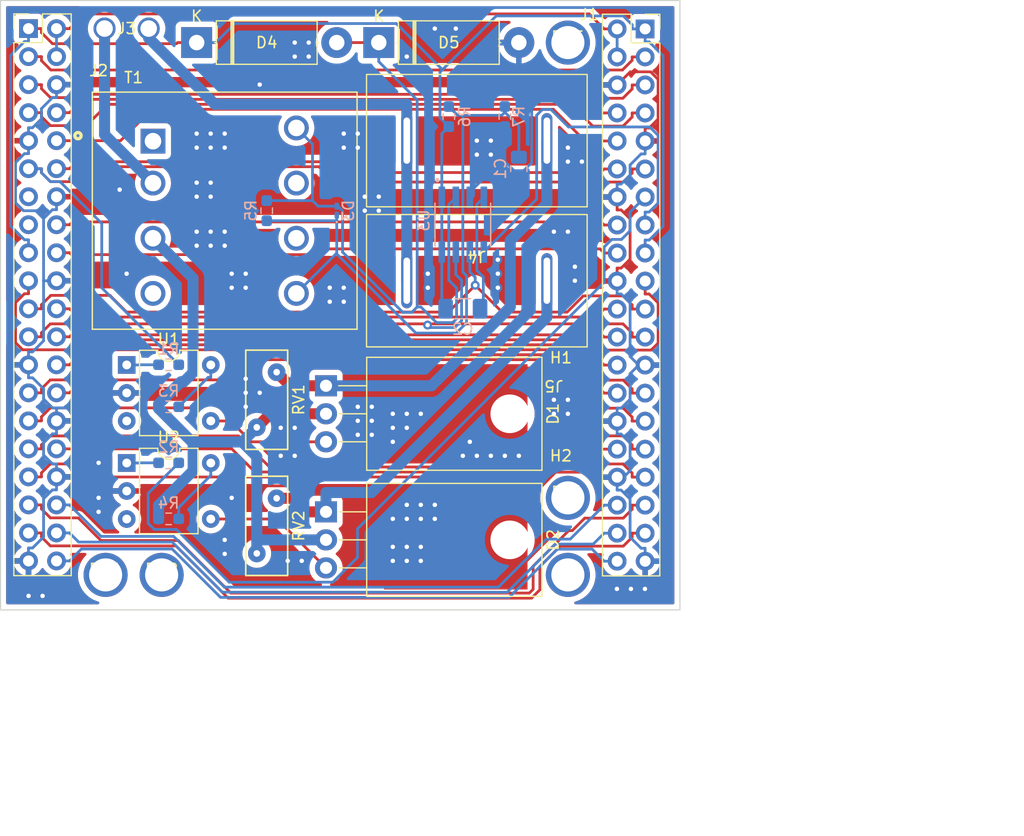
<source format=kicad_pcb>
(kicad_pcb (version 20211014) (generator pcbnew)
  (layers (0 "F.Cu" signal) (31 "B.Cu" signal) (34 "B.Paste" user) (35 "F.Paste" user) (36 "B.SilkS" user "B.Silkscreen") (37 "F.SilkS" user "F.Silkscreen") (38 "B.Mask" user) (39 "F.Mask" user) (44 "Edge.Cuts" user))
  (net 0 "")
  (net 1 "Net-(C1-Pad1)")
  (net 2 "GND")
  (net 3 "+3V3")
  (net 4 "Net-(C2-Pad2)")
  (net 5 "Net-(D1-Pad1)")
  (net 6 "VAC")
  (net 7 "Net-(D1-Pad3)")
  (net 8 "Net-(D2-Pad1)")
  (net 9 "Net-(D2-Pad3)")
  (net 10 "Net-(D3-Pad2)")
  (net 11 "+5V")
  (net 12 "/GPIO2")
  (net 13 "/GPIO3")
  (net 14 "/GPIO4")
  (net 15 "/GPIO14")
  (net 16 "/GPIO15")
  (net 17 "/GPIO17")
  (net 18 "/GPIO18")
  (net 19 "/GPIO27")
  (net 20 "/GPIO22")
  (net 21 "/GPIO23")
  (net 22 "/GPIO24")
  (net 23 "/GPIO10")
  (net 24 "/GPIO9")
  (net 25 "/GPIO25")
  (net 26 "/GPIO11")
  (net 27 "/CE0")
  (net 28 "/CE1")
  (net 29 "/EEPROM_SDA")
  (net 30 "/EEPROM_SCL")
  (net 31 "/GPIO5")
  (net 32 "/USB_DM")
  (net 33 "/GPIO12")
  (net 34 "/USB_DP")
  (net 35 "/FS")
  (net 36 "/GPIO16")
  (net 37 "/GPIO26")
  (net 38 "/DIN")
  (net 39 "/DOUT")
  (net 40 "/GPIO27'")
  (net 41 "/GPIO22'")
  (net 42 "Net-(T1-Pad2)")
  (net 43 "GNDA")
  (net 44 "Net-(R1-Pad2)")
  (net 45 "Net-(R2-Pad2)")
  (net 46 "Net-(R3-Pad1)")
  (net 47 "Net-(R4-Pad1)")
  (footprint "Package_DIP:DIP-5-6_W7.62mm" (layer "F.Cu") (at 168.92 49.545)
    (fp_text reference "U1")
    (fp_text value "TLP561")
  )
  (footprint "locallib:Drill" (layer "F.Cu") (at 172.085 68.58)
    (fp_text reference "DH2")
    (fp_text value "Drill")
  )
  (footprint "Package_TO_SOT_THT:TO-220-3_Horizontal_TabDown" (layer "F.Cu") (at 186.985 51.435 -90)
    (fp_text reference "D1")
    (fp_text value "Q_TRIAC_A1A2G")
  )
  (footprint "locallib:AcOutlet" (layer "F.Cu") (at 200.66 29.21 180)
    (fp_text reference "J4")
    (fp_text value "Conn_01x02_Female")
  )
  (footprint "Package_TO_SOT_THT:TO-220-3_Horizontal_TabDown" (layer "F.Cu") (at 186.985 62.865 -90)
    (fp_text reference "D2")
    (fp_text value "Q_TRIAC_A1A2G")
  )
  (footprint "locallib:ACinlet" (layer "F.Cu") (at 168.91 19.05)
    (fp_text reference "J3")
    (fp_text value "Conn_01x02_Male")
  )
  (footprint "locallib:heatsink" (layer "F.Cu") (at 198.755 65.405)
    (fp_text reference "H2")
    (fp_text value "heatsink")
  )
  (footprint "Diode_THT:D_5W_P12.70mm_Horizontal" (layer "F.Cu") (at 191.77 20.32)
    (fp_text reference "D5")
    (fp_text value "D")
  )
  (footprint "locallib:AcOutlet" (layer "F.Cu") (at 200.66 41.91 180)
    (fp_text reference "J5")
    (fp_text value "Conn_01x02_Female")
  )
  (footprint "Package_DIP:DIP-5-6_W7.62mm" (layer "F.Cu") (at 168.92 58.435)
    (fp_text reference "U2")
    (fp_text value "TLP561")
  )
  (footprint "locallib:XFMR_CSE185L" (layer "F.Cu") (at 177.8 35.56)
    (fp_text reference "T1")
    (fp_text value "CSE185L")
  )
  (footprint "locallib:Drill" (layer "F.Cu") (at 167.005 68.58)
    (fp_text reference "DH1")
    (fp_text value "Drill")
  )
  (footprint "Varistor:RV_Disc_D9mm_W3.8mm_P5mm" (layer "F.Cu") (at 180.71 55.205 90)
    (fp_text reference "RV1")
    (fp_text value "Varistor")
  )
  (footprint "locallib:Drill" (layer "F.Cu") (at 208.915 20.32)
    (fp_text reference "DH5")
    (fp_text value "Drill")
  )
  (footprint "locallib:heatsink" (layer "F.Cu") (at 198.755 53.975)
    (fp_text reference "H1")
    (fp_text value "heatsink")
  )
  (footprint "locallib:Drill" (layer "F.Cu") (at 208.915 68.58)
    (fp_text reference "DH3")
    (fp_text value "Drill")
  )
  (footprint "locallib:Drill" (layer "F.Cu") (at 208.915 61.595)
    (fp_text reference "DH4")
    (fp_text value "Drill")
  )
  (footprint "Varistor:RV_Disc_D9mm_W3.8mm_P5mm" (layer "F.Cu") (at 180.71 66.635 90)
    (fp_text reference "RV2")
    (fp_text value "Varistor")
  )
  (footprint "Connector_PinSocket_2.54mm:PinSocket_2x20_P2.54mm_Vertical" (layer "F.Cu") (at 215.92 19.08)
    (fp_text reference "J1")
    (fp_text value "Conn_02x20_Odd_Even")
  )
  (footprint "Connector_PinHeader_2.54mm:PinHeader_2x20_P2.54mm_Vertical" (layer "F.Cu") (at 160.015 19.055)
    (fp_text reference "J2")
    (fp_text value "Conn_02x20_Odd_Even")
  )
  (footprint "Diode_THT:D_5W_P12.70mm_Horizontal" (layer "F.Cu") (at 175.26 20.32)
    (fp_text reference "D4")
    (fp_text value "D")
  )
  (footprint "Resistor_SMD:R_0603_1608Metric_Pad0.98x0.95mm_HandSolder" (layer "B.Cu") (at 172.72 58.42 180)
    (fp_text reference "R2")
    (fp_text value "100")
  )
  (footprint "Capacitor_SMD:C_0805_2012Metric_Pad1.18x1.45mm_HandSolder" (layer "B.Cu") (at 204.47 31.75 -90)
    (fp_text reference "C1")
    (fp_text value "10u")
  )
  (footprint "locallib:SOIC127P599X175-8N" (layer "B.Cu") (at 199.39 36.83 -90)
    (fp_text reference "U3")
    (fp_text value "ADS7822U")
  )
  (footprint "Resistor_SMD:R_0603_1608Metric_Pad0.98x0.95mm_HandSolder" (layer "B.Cu") (at 172.72 49.53 180)
    (fp_text reference "R1")
    (fp_text value "100")
  )
  (footprint "Resistor_SMD:R_0603_1608Metric_Pad0.98x0.95mm_HandSolder" (layer "B.Cu") (at 181.61 35.56 -90)
    (fp_text reference "R5")
    (fp_text value "67")
  )
  (footprint "Resistor_SMD:R_0603_1608Metric_Pad0.98x0.95mm_HandSolder" (layer "B.Cu") (at 172.72 63.5 180)
    (fp_text reference "R4")
    (fp_text value "100")
  )
  (footprint "Resistor_SMD:R_0603_1608Metric_Pad0.98x0.95mm_HandSolder" (layer "B.Cu") (at 172.72 53.34 180)
    (fp_text reference "R3")
    (fp_text value "100")
  )
  (footprint "Diode_SMD:D_0201_0603Metric_Pad0.64x0.40mm_HandSolder" (layer "B.Cu") (at 187.96 35.56 90)
    (fp_text reference "D3")
    (fp_text value "VS3V3BC1EST15R")
  )
  (footprint "Capacitor_SMD:C_1206_3216Metric_Pad1.33x1.80mm_HandSolder" (layer "B.Cu") (at 199.39 44.45)
    (fp_text reference "C2")
    (fp_text value "0.1u")
  )
  (footprint "Resistor_SMD:R_0603_1608Metric_Pad0.98x0.95mm_HandSolder" (layer "B.Cu") (at 203.2 27.0275 -90)
    (fp_text reference "R7")
    (fp_text value "1k")
  )
  (footprint "Resistor_SMD:R_0603_1608Metric_Pad0.98x0.95mm_HandSolder" (layer "B.Cu") (at 198.12 27.0275 90)
    (fp_text reference "R6")
    (fp_text value "1k")
  )
  (gr_line (start 157.48 71.755) (end 219.075 71.755) (layer "Edge.Cuts") (width 0.1))
  (gr_line (start 157.48 16.51) (end 157.48 71.755) (layer "Edge.Cuts") (width 0.1))
  (gr_line (start 219.075 71.755) (end 219.075 16.51) (layer "Edge.Cuts") (width 0.1))
  (gr_line (start 219.075 16.51) (end 157.48 16.51) (layer "Edge.Cuts") (width 0.1))
  (segment (start 199.7277 45.7242) (end 199.7277 41.4561) (width 0.25) (layer "B.Cu") (net 1))
  (segment (start 204.47 30.7125) (end 204.47 27.9074) (width 0.25) (layer "B.Cu") (net 1))
  (segment (start 198.7957 46.6562) (end 199.7277 45.7242) (width 0.25) (layer "B.Cu") (net 1))
  (segment (start 187.96 39.485) (end 187.96 36.4725) (width 0.25) (layer "B.Cu") (net 1))
  (segment (start 199.39 41.1184) (end 199.39 26.9163) (width 0.25) (layer "B.Cu") (net 1))
  (segment (start 199.7277 41.4561) (end 199.39 41.1184) (width 0.25) (layer "B.Cu") (net 1))
  (segment (start 195.1312 46.6562) (end 198.7957 46.6562) (width 0.25) (layer "B.Cu") (net 1))
  (segment (start 184.3 43.06) (end 187.875 39.485) (width 0.25) (layer "B.Cu") (net 1))
  (segment (start 198.9213 26.9163) (end 199.39 26.9163) (width 0.25) (layer "B.Cu") (net 1))
  (segment (start 204.47 27.9074) (end 203.2 26.6374) (width 0.25) (layer "B.Cu") (net 1))
  (segment (start 187.96 39.485) (end 195.1312 46.6562) (width 0.25) (layer "B.Cu") (net 1))
  (segment (start 187.96 36.4725) (end 181.61 36.4725) (width 0.25) (layer "B.Cu") (net 1))
  (segment (start 203.2 26.6374) (end 203.2 26.115) (width 0.25) (layer "B.Cu") (net 1))
  (segment (start 187.875 39.485) (end 187.96 39.485) (width 0.25) (layer "B.Cu") (net 1))
  (segment (start 187.96 36.4725) (end 187.96 35.9675) (width 0.25) (layer "B.Cu") (net 1))
  (segment (start 202.9211 26.9163) (end 203.2 26.6374) (width 0.25) (layer "B.Cu") (net 1))
  (segment (start 198.12 26.115) (end 198.9213 26.9163) (width 0.25) (layer "B.Cu") (net 1))
  (segment (start 199.39 26.9163) (end 202.9211 26.9163) (width 0.25) (layer "B.Cu") (net 1))
  (segment (start 205.2127 56.062) (end 206.6347 54.64) (width 0.25) (layer "F.Cu") (net 2))
  (segment (start 214.5553 39.9568) (end 213.7474 40.7647) (width 0.25) (layer "F.Cu") (net 2))
  (segment (start 213.7474 40.7647) (end 213.38 40.7647) (width 0.25) (layer "F.Cu") (net 2))
  (segment (start 204.0803 62.9923) (end 198.755 62.9923) (width 0.25) (layer "F.Cu") (net 2))
  (segment (start 215.92 29.24) (end 215.92 28.0647) (width 0.25) (layer "F.Cu") (net 2))
  (segment (start 168.92 60.975) (end 170.0453 60.975) (width 0.25) (layer "F.Cu") (net 2))
  (segment (start 213.38 41.94) (end 213.38 40.7647) (width 0.25) (layer "F.Cu") (net 2))
  (segment (start 214.5553 36.3033) (end 214.5553 39.9568) (width 0.25) (layer "F.Cu") (net 2))
  (segment (start 162.555 59.695) (end 163.7303 59.695) (width 0.25) (layer "F.Cu") (net 2))
  (segment (start 196.2716 60.5089) (end 198.755 62.9923) (width 0.25) (layer "F.Cu") (net 2))
  (segment (start 198.755 53.975) (end 200.842 56.062) (width 0.25) (layer "F.Cu") (net 2))
  (segment (start 200.842 56.062) (end 205.2127 56.062) (width 0.25) (layer "F.Cu") (net 2))
  (segment (start 216.4106 22.9693) (end 217.0953 23.654) (width 0.25) (layer "F.Cu") (net 2))
  (segment (start 198.755 65.405) (end 198.755 62.9923) (width 0.25) (layer "F.Cu") (net 2))
  (segment (start 170.0453 60.975) (end 170.5114 60.5089) (width 0.25) (layer "F.Cu") (net 2))
  (segment (start 213.38 34.32) (end 213.38 35.4953) (width 0.25) (layer "F.Cu") (net 2))
  (segment (start 170.5114 60.5089) (end 196.2716 60.5089) (width 0.25) (layer "F.Cu") (net 2))
  (segment (start 217.0953 23.654) (end 217.0953 27.2568) (width 0.25) (layer "F.Cu") (net 2))
  (segment (start 207.8057 59.2669) (end 204.0803 62.9923) (width 0.25) (layer "F.Cu") (net 2))
  (segment (start 217.0953 27.2568) (end 216.2874 28.0647) (width 0.25) (layer "F.Cu") (net 2))
  (segment (start 213.7473 35.4953) (end 214.5553 36.3033) (width 0.25) (layer "F.Cu") (net 2))
  (segment (start 163.7303 59.695) (end 165.0103 60.975) (width 0.25) (layer "F.Cu") (net 2))
  (segment (start 213.38 59.72) (end 212.2047 59.72) (width 0.25) (layer "F.Cu") (net 2))
  (segment (start 165.0103 60.975) (end 168.92 60.975) (width 0.25) (layer "F.Cu") (net 2))
  (segment (start 214.5707 22.9693) (end 216.4106 22.9693) (width 0.25) (layer "F.Cu") (net 2))
  (segment (start 213.38 35.4953) (end 213.7473 35.4953) (width 0.25) (layer "F.Cu") (net 2))
  (segment (start 216.2874 28.0647) (end 215.92 28.0647) (width 0.25) (layer "F.Cu") (net 2))
  (segment (start 213.38 24.16) (end 214.5707 22.9693) (width 0.25) (layer "F.Cu") (net 2))
  (segment (start 211.7516 59.2669) (end 207.8057 59.2669) (width 0.25) (layer "F.Cu") (net 2))
  (segment (start 206.6347 54.64) (end 213.38 54.64) (width 0.25) (layer "F.Cu") (net 2))
  (segment (start 212.2047 59.72) (end 211.7516 59.2669) (width 0.25) (layer "F.Cu") (net 2))
  (via (at 193.04 53.975) (size 0.8) (drill 0.4) (layers "F.Cu" "B.Cu") (net 2))
  (via (at 179.705 53.34) (size 0.8) (drill 0.4) (layers "F.Cu" "B.Cu") (net 2))
  (via (at 193.04 66.04) (size 0.8) (drill 0.4) (layers "F.Cu" "B.Cu") (net 2))
  (via (at 178.435 61.595) (size 0.8) (drill 0.4) (layers "F.Cu" "B.Cu") (net 2))
  (via (at 189.865 54.61) (size 0.8) (drill 0.4) (layers "F.Cu" "B.Cu") (net 2))
  (via (at 194.31 63.5) (size 0.8) (drill 0.4) (layers "F.Cu" "B.Cu") (net 2))
  (via (at 175.26 38.735) (size 0.8) (drill 0.4) (layers "F.Cu" "B.Cu") (net 2))
  (via (at 188.595 29.845) (size 0.8) (drill 0.4) (layers "F.Cu" "B.Cu") (net 2))
  (via (at 191.77 35.56) (size 0.8) (drill 0.4) (layers "F.Cu" "B.Cu") (net 2))
  (via (at 178.435 42.545) (size 0.8) (drill 0.4) (layers "F.Cu" "B.Cu") (net 2))
  (via (at 209.55 41.91) (size 0.8) (drill 0.4) (layers "F.Cu" "B.Cu") (net 2))
  (via (at 177.8 28.575) (size 0.8) (drill 0.4) (layers "F.Cu" "B.Cu") (net 2))
  (via (at 175.26 29.845) (size 0.8) (drill 0.4) (layers "F.Cu" "B.Cu") (net 2))
  (via (at 194.31 67.31) (size 0.8) (drill 0.4) (layers "F.Cu" "B.Cu") (net 2))
  (via (at 184.785 67.31) (size 0.8) (drill 0.4) (layers "F.Cu" "B.Cu") (net 2))
  (via (at 208.915 31.115) (size 0.8) (drill 0.4) (layers "F.Cu" "B.Cu") (net 2))
  (via (at 189.865 53.34) (size 0.8) (drill 0.4) (layers "F.Cu" "B.Cu") (net 2))
  (via (at 166.37 58.42) (size 0.8) (drill 0.4) (layers "F.Cu" "B.Cu") (net 2))
  (via (at 201.93 29.21) (size 0.8) (drill 0.4) (layers "F.Cu" "B.Cu") (net 2))
  (via (at 179.705 50.8) (size 0.8) (drill 0.4) (layers "F.Cu" "B.Cu") (net 2))
  (via (at 188.595 43.815) (size 0.8) (drill 0.4) (layers "F.Cu" "B.Cu") (net 2))
  (via (at 204.47 57.785) (size 0.8) (drill 0.4) (layers "F.Cu" "B.Cu") (net 2))
  (via (at 191.135 53.34) (size 0.8) (drill 0.4) (layers "F.Cu" "B.Cu") (net 2))
  (via (at 194.31 21.59) (size 0.8) (drill 0.4) (layers "F.Cu" "B.Cu") (net 2))
  (via (at 196.215 41.275) (size 0.8) (drill 0.4) (layers "F.Cu" "B.Cu") (net 2))
  (via (at 168.91 41.275) (size 0.8) (drill 0.4) (layers "F.Cu" "B.Cu") (net 2))
  (via (at 184.15 55.245) (size 0.8) (drill 0.4) (layers "F.Cu" "B.Cu") (net 2))
  (via (at 176.53 28.575) (size 0.8) (drill 0.4) (layers "F.Cu" "B.Cu") (net 2))
  (via (at 196.215 42.545) (size 0.8) (drill 0.4) (layers "F.Cu" "B.Cu") (net 2))
  (via (at 194.31 66.04) (size 0.8) (drill 0.4) (layers "F.Cu" "B.Cu") (net 2))
  (via (at 185.42 21.59) (size 0.8) (drill 0.4) (layers "F.Cu" "B.Cu") (net 2))
  (via (at 177.8 29.845) (size 0.8) (drill 0.4) (layers "F.Cu" "B.Cu") (net 2))
  (via (at 182.88 57.785) (size 0.8) (drill 0.4) (layers "F.Cu" "B.Cu") (net 2))
  (via (at 200.66 30.48) (size 0.8) (drill 0.4) (layers "F.Cu" "B.Cu") (net 2))
  (via (at 184.15 21.59) (size 0.8) (drill 0.4) (layers "F.Cu" "B.Cu") (net 2))
  (via (at 194.31 62.23) (size 0.8) (drill 0.4) (layers "F.Cu" "B.Cu") (net 2))
  (via (at 208.915 52.705) (size 0.8) (drill 0.4) (layers "F.Cu" "B.Cu") (net 2))
  (via (at 190.5 35.56) (size 0.8) (drill 0.4) (layers "F.Cu" "B.Cu") (net 2))
  (via (at 214.63 69.85) (size 0.8) (drill 0.4) (layers "F.Cu" "B.Cu") (net 2))
  (via (at 208.915 37.465) (size 0.8) (drill 0.4) (layers "F.Cu" "B.Cu") (net 2))
  (via (at 177.8 37.465) (size 0.8) (drill 0.4) (layers "F.Cu" "B.Cu") (net 2))
  (via (at 176.53 34.29) (size 0.8) (drill 0.4) (layers "F.Cu" "B.Cu") (net 2))
  (via (at 202.565 42.545) (size 0.8) (drill 0.4) (layers "F.Cu" "B.Cu") (net 2))
  (via (at 207.645 52.705) (size 0.8) (drill 0.4) (layers "F.Cu" "B.Cu") (net 2))
  (via (at 208.915 29.845) (size 0.8) (drill 0.4) (layers "F.Cu" "B.Cu") (net 2))
  (via (at 193.04 56.515) (size 0.8) (drill 0.4) (layers "F.Cu" "B.Cu") (net 2))
  (via (at 185.42 20.32) (size 0.8) (drill 0.4) (layers "F.Cu" "B.Cu") (net 2))
  (via (at 189.865 28.575) (size 0.8) (drill 0.4) (layers "F.Cu" "B.Cu") (net 2))
  (via (at 175.26 28.575) (size 0.8) (drill 0.4) (layers "F.Cu" "B.Cu") (net 2))
  (via (at 207.645 37.465) (size 0.8) (drill 0.4) (layers "F.Cu" "B.Cu") (net 2))
  (via (at 189.865 29.845) (size 0.8) (drill 0.4) (layers "F.Cu" "B.Cu") (net 2))
  (via (at 189.865 55.88) (size 0.8) (drill 0.4) (layers "F.Cu" "B.Cu") (net 2))
  (via (at 191.135 54.61) (size 0.8) (drill 0.4) (layers "F.Cu" "B.Cu") (net 2))
  (via (at 179.705 42.545) (size 0.8) (drill 0.4) (layers "F.Cu" "B.Cu") (net 2))
  (via (at 199.39 57.785) (size 0.8) (drill 0.4) (layers "F.Cu" "B.Cu") (net 2))
  (via (at 184.15 20.32) (size 0.8) (drill 0.4) (layers "F.Cu" "B.Cu") (net 2))
  (via (at 200.66 29.21) (size 0.8) (drill 0.4) (layers "F.Cu" "B.Cu") (net 2))
  (via (at 177.8 66.675) (size 0.8) (drill 0.4) (layers "F.Cu" "B.Cu") (net 2))
  (via (at 160.02 70.485) (size 0.8) (drill 0.4) (layers "F.Cu" "B.Cu") (net 2))
  (via (at 180.975 52.07) (size 0.8) (drill 0.4) (layers "F.Cu" "B.Cu") (net 2))
  (via (at 200.66 57.785) (size 0.8) (drill 0.4) (layers "F.Cu" "B.Cu") (net 2))
  (via (at 168.275 33.655) (size 0.8) (drill 0.4) (layers "F.Cu" "B.Cu") (net 2))
  (via (at 200.025 56.515) (size 0.8) (drill 0.4) (layers "F.Cu" "B.Cu") (net 2))
  (via (at 179.705 41.275) (size 0.8) (drill 0.4) (layers "F.Cu" "B.Cu") (net 2))
  (via (at 210.185 31.115) (size 0.8) (drill 0.4) (layers "F.Cu" "B.Cu") (net 2))
  (via (at 198.755 19.05) (size 0.8) (drill 0.4) (layers "F.Cu" "B.Cu") (net 2))
  (via (at 194.31 53.975) (size 0.8) (drill 0.4) (layers "F.Cu" "B.Cu") (net 2))
  (via (at 176.53 29.845) (size 0.8) (drill 0.4) (layers "F.Cu" "B.Cu") (net 2))
  (via (at 180.975 24.13) (size 0.8) (drill 0.4) (layers "F.Cu" "B.Cu") (net 2))
  (via (at 166.37 62.865) (size 0.8) (drill 0.4) (layers "F.Cu" "B.Cu") (net 2))
  (via (at 208.915 53.975) (size 0.8) (drill 0.4) (layers "F.Cu" "B.Cu") (net 2))
  (via (at 213.36 69.85) (size 0.8) (drill 0.4) (layers "F.Cu" "B.Cu") (net 2))
  (via (at 196.85 63.5) (size 0.8) (drill 0.4) (layers "F.Cu" "B.Cu") (net 2))
  (via (at 193.04 67.31) (size 0.8) (drill 0.4) (layers "F.Cu" "B.Cu") (net 2))
  (via (at 195.58 62.23) (size 0.8) (drill 0.4) (layers "F.Cu" "B.Cu") (net 2))
  (via (at 176.53 37.465) (size 0.8) (drill 0.4) (layers "F.Cu" "B.Cu") (net 2))
  (via (at 194.31 55.245) (size 0.8) (drill 0.4) (layers "F.Cu" "B.Cu") (net 2))
  (via (at 195.58 63.5) (size 0.8) (drill 0.4) (layers "F.Cu" "B.Cu") (net 2))
  (via (at 196.85 19.05) (size 0.8) (drill 0.4) (layers "F.Cu" "B.Cu") (net 2))
  (via (at 188.595 28.575) (size 0.8) (drill 0.4) (layers "F.Cu" "B.Cu") (net 2))
  (via (at 161.29 70.485) (size 0.8) (drill 0.4) (layers "F.Cu" "B.Cu") (net 2))
  (via (at 177.8 65.405) (size 0.8) (drill 0.4) (layers "F.Cu" "B.Cu") (net 2))
  (via (at 202.565 41.275) (size 0.8) (drill 0.4) (layers "F.Cu" "B.Cu") (net 2))
  (via (at 187.325 42.545) (size 0.8) (drill 0.4) (layers "F.Cu" "B.Cu") (net 2))
  (via (at 215.9 69.85) (size 0.8) (drill 0.4) (layers "F.Cu" "B.Cu") (net 2))
  (via (at 193.04 63.5) (size 0.8) (drill 0.4) (layers "F.Cu" "B.Cu") (net 2))
  (via (at 188.595 42.545) (size 0.8) (drill 0.4) (layers "F.Cu" "B.Cu") (net 2))
  (via (at 195.58 53.975) (size 0.8) (drill 0.4) (layers "F.Cu" "B.Cu") (net 2))
  (via (at 175.26 37.465) (size 0.8) (drill 0.4) (layers "F.Cu" "B.Cu") (net 2))
  (via (at 176.53 33.02) (size 0.8) (drill 0.4) (layers "F.Cu" "B.Cu") (net 2))
  (via (at 176.53 38.735) (size 0.8) (drill 0.4) (layers "F.Cu" "B.Cu") (net 2))
  (via (at 175.26 33.02) (size 0.8) (drill 0.4) (layers "F.Cu" "B.Cu") (net 2))
  (via (at 191.135 55.88) (size 0.8) (drill 0.4) (layers "F.Cu" "B.Cu") (net 2))
  (via (at 175.26 34.29) (size 0.8) (drill 0.4) (layers "F.Cu" "B.Cu") (net 2))
  (via (at 190.5 34.29) (size 0.8) (drill 0.4) (layers "F.Cu" "B.Cu") (net 2))
  (via (at 195.58 67.31) (size 0.8) (drill 0.4) (layers "F.Cu" "B.Cu") (net 2))
  (via (at 203.2 57.785) (size 0.8) (drill 0.4) (layers "F.Cu" "B.Cu") (net 2))
  (via (at 183.515 67.31) (size 0.8) (drill 0.4) (layers "F.Cu" "B.Cu") (net 2))
  (via (at 179.705 52.07) (size 0.8) (drill 0.4) (layers "F.Cu" "B.Cu") (net 2))
  (via (at 182.88 55.245) (size 0.8) (drill 0.4) (layers "F.Cu" "B.Cu") (net 2))
  (via (at 184.15 57.785) (size 0.8) (drill 0.4) (layers "F.Cu" "B.Cu") (net 2))
  (via (at 196.85 62.23) (size 0.8) (drill 0.4) (layers "F.Cu" "B.Cu") (net 2))
  (via (at 207.645 53.975) (size 0.8) (drill 0.4) (layers "F.Cu" "B.Cu") (net 2))
  (via (at 209.55 40.64) (size 0.8) (drill 0.4) (layers "F.Cu" "B.Cu") (net 2))
  (via (at 177.8 38.735) (size 0.8) (drill 0.4) (layers "F.Cu" "B.Cu") (net 2))
  (via (at 166.37 61.595) (size 0.8) (drill 0.4) (layers "F.Cu" "B.Cu") (net 2))
  (via (at 193.04 55.245) (size 0.8) (drill 0.4) (layers "F.Cu" "B.Cu") (net 2))
  (via (at 202.565 40.005) (size 0.8) (drill 0.4) (layers "F.Cu" "B.Cu") (net 2))
  (via (at 201.93 57.785) (size 0.8) (drill 0.4) (layers "F.Cu" "B.Cu") (net 2))
  (via (at 195.58 66.04) (size 0.8) (drill 0.4) (layers "F.Cu" "B.Cu") (net 2))
  (via (at 201.93 30.48) (size 0.8) (drill 0.4) (layers "F.Cu" "B.Cu") (net 2))
  (via (at 178.435 41.275) (size 0.8) (drill 0.4) (layers "F.Cu" "B.Cu") (net 2))
  (via (at 187.325 43.815) (size 0.8) (drill 0.4) (layers "F.Cu" "B.Cu") (net 2))
  (via (at 191.77 34.29) (size 0.8) (drill 0.4) (layers "F.Cu" "B.Cu") (net 2))
  (segment (start 162.1876 55.7903) (end 162.555 55.7903) (width 0.25) (layer "B.Cu") (net 2))
  (segment (start 162.1877 58.5197) (end 161.3797 57.7117) (width 0.25) (layer "B.Cu") (net 2))
  (segment (start 168.92 52.085) (end 167.7947 52.085) (width 0.25) (layer "B.Cu") (net 2))
  (segment (start 162.555 24.135) (end 162.555 25.3103) (width 0.25) (layer "B.Cu") (net 2))
  (segment (start 161.3797 57.7117) (end 161.3797 56.5982) (width 0.25) (layer "B.Cu") (net 2))
  (segment (start 160.3824 66.1397) (end 161.3797 65.1424) (width 0.25) (layer "B.Cu") (net 2))
  (segment (start 161.3797 47.3624) (end 161.3797 41.915) (width 0.25) (layer "B.Cu") (net 2))
  (segment (start 214.5553 61.7032) (end 213.7474 60.8953) (width 0.25) (layer "B.Cu") (net 2))
  (segment (start 213.7474 43.1153) (end 213.38 43.1153) (width 0.25) (layer "B.Cu") (net 2))
  (segment (start 214.5553 65.1674) (end 214.5553 61.7032) (width 0.25) (layer "B.Cu") (net 2))
  (segment (start 203.2 31.101) (end 203.2 27.94) (width 0.25) (layer "B.Cu") (net 2))
  (segment (start 162.555 54.615) (end 162.555 53.4397) (width 0.25) (layer "B.Cu") (net 2))
  (segment (start 162.1876 25.3103) (end 162.555 25.3103) (width 0.25) (layer "B.Cu") (net 2))
  (segment (start 160.015 49.535) (end 160.015 48.3597) (width 0.25) (layer "B.Cu") (net 2))
  (segment (start 214.5553 32.3368) (end 213.7474 33.1447) (width 0.25) (layer "B.Cu") (net 2))
  (segment (start 214.5553 56.6232) (end 213.7474 55.8153) (width 0.25) (layer "B.Cu") (net 2))
  (segment (start 204.47 22.9956) (end 204.47 22.0453) (width 0.25) (layer "B.Cu") (net 2))
  (segment (start 214.5553 52.6568) (end 213.7474 53.4647) (width 0.25) (layer "B.Cu") (net 2))
  (segment (start 202.8107 31.101) (end 200.025 33.8867) (width 0.25) (layer "B.Cu") (net 2))
  (segment (start 160.3824 50.7103) (end 161.3797 51.7076) (width 0.25) (layer "B.Cu") (net 2))
  (segment (start 205.6342 24.1602) (end 205.6342 31.2044) (width 0.25) (layer "B.Cu") (net 2))
  (segment (start 203.2 31.101) (end 202.8107 31.101) (width 0.25) (layer "B.Cu") (net 2))
  (segment (start 204.47 20.32) (end 204.47 22.0453) (width 0.25) (layer "B.Cu") (net 2))
  (segment (start 214.5553 59.1323) (end 214.5553 56.6232) (width 0.25) (layer "B.Cu") (net 2))
  (segment (start 162.555 58.5197) (end 162.1877 58.5197) (width 0.25) (layer "B.Cu") (net 2))
  (segment (start 162.555 41.915) (end 161.3797 41.915) (width 0.25) (layer "B.Cu") (net 2))
  (segment (start 158.8397 34.8393) (end 158.8397 31.1982) (width 0.25) (layer "B.Cu") (net 2))
  (segment (start 213.38 24.16) (end 212.2047 24.16) (width 0.25) (layer "B.Cu") (net 2))
  (segment (start 214.5553 31.4126) (end 214.5553 32.3368) (width 0.25) (layer "B.Cu") (net 2))
  (segment (start 161.3797 61.6782) (end 162.1876 60.8703) (width 0.25) (layer "B.Cu") (net 2))
  (segment (start 215.3324 49.56) (end 214.5553 50.3371) (width 0.25) (layer "B.Cu") (net 2))
  (segment (start 160.015 67.315) (end 160.015 66.1397) (width 0.25) (layer "B.Cu") (net 2))
  (segment (start 204.4688 32.3698) (end 203.2 31.101) (width 0.25) (layer "B.Cu") (net 2))
  (segment (start 215.92 66.1647) (end 215.5526 66.1647) (width 0.25) (layer "B.Cu") (net 2))
  (segment (start 212.2047 24.16) (end 205.6344 24.16) (width 0.25) (layer "B.Cu") (net 2))
  (segment (start 160.015 28.0397) (end 160.3824 28.0397) (width 0.25) (layer "B.Cu") (net 2))
  (segment (start 158.8397 31.1982) (end 159.6476 30.3903) (width 0.25) (layer "B.Cu") (net 2))
  (segment (start 213.38 60.3076) (end 213.38 60.8953) (width 0.25) (layer "B.Cu") (net 2))
  (segment (start 160.015 29.215) (end 160.015 30.3903) (width 0.25) (layer "B.Cu") (net 2))
  (segment (start 213.7474 55.8153) (end 213.38 55.8153) (width 0.25) (layer "B.Cu") (net 2))
  (segment (start 214.5553 50.3371) (end 214.5553 52.6568) (width 0.25) (layer "B.Cu") (net 2))
  (segment (start 162.1876 53.4397) (end 162.555 53.4397) (width 0.25) (layer "B.Cu") (net 2))
  (segment (start 214.5553 43.9232) (end 213.7474 43.1153) (width 0.25) (layer "B.Cu") (net 2))
  (segment (start 162.555 59.695) (end 162.555 58.5197) (width 0.25) (layer "B.Cu") (net 2))
  (segment (start 205.6342 31.2044) (end 204.4688 32.3698) (width 0.25) (layer "B.Cu") (net 2))
  (segment (start 200.025 33.8867) (end 200.025 34.36) (width 0.25) (layer "B.Cu") (net 2))
  (segment (start 162.555 59.695) (end 162.555 60.8703) (width 0.25) (layer "B.Cu") (net 2))
  (segment (start 161.3797 36.2782) (end 162.1876 35.4703) (width 0.25) (layer "B.Cu") (net 2))
  (segment (start 205.6344 24.16) (end 205.6342 24.1602) (width 0.25) (layer "B.Cu") (net 2))
  (segment (start 204.47 32.371) (end 204.4688 32.3698) (width 0.25) (layer "B.Cu") (net 2))
  (segment (start 213.7474 53.4647) (end 213.38 53.4647) (width 0.25) (layer "B.Cu") (net 2))
  (segment (start 160.6665 35.565) (end 159.5654 35.565) (width 0.25) (layer "B.Cu") (net 2))
  (segment (start 213.38 54.64) (end 213.38 55.8153) (width 0.25) (layer "B.Cu") (net 2))
  (segment (start 215.92 67.34) (end 215.92 66.1647) (width 0.25) (layer "B.Cu") (net 2))
  (segment (start 160.015 48.3597) (end 160.3824 48.3597) (width 0.25) (layer "B.Cu") (net 2))
  (segment (start 162.555 54.615) (end 162.555 55.7903) (width 0.25) (layer "B.Cu") (net 2))
  (segment (start 166.44 53.4397) (end 162.555 53.4397) (width 0.25) (layer "B.Cu") (net 2))
  (segment (start 161.3797 51.7076) (end 161.3797 52.6318) (width 0.25) (layer "B.Cu") (net 2))
  (segment (start 161.1903 27.2318) (end 161.1903 26.3076) (width 0.25) (layer "B.Cu") (net 2))
  (segment (start 160.3824 28.0397) (end 161.1903 27.2318) (width 0.25) (layer "B.Cu") (net 2))
  (segment (start 162.1876 60.8703) (end 162.555 60.8703) (width 0.25) (layer "B.Cu") (net 2))
  (segment (start 161.3797 36.2782) (end 160.6665 35.565) (width 0.25) (layer "B.Cu") (net 2))
  (segment (start 160.015 66.1397) (end 160.3824 66.1397) (width 0.25) (layer "B.Cu") (net 2))
  (segment (start 213.7474 33.1447) (end 213.38 33.1447) (width 0.25) (layer "B.Cu") (net 2))
  (segment (start 162.555 34.295) (end 162.555 35.4703) (width 0.25) (layer "B.Cu") (net 2))
  (segment (start 160.015 29.215) (end 160.015 28.0397) (width 0.25) (layer "B.Cu") (net 2))
  (segment (start 160.015 50.7103) (end 160.3824 50.7103) (width 0.25) (layer "B.Cu") (net 2))
  (segment (start 215.92 29.24) (end 215.92 30.4153) (width 0.25) (layer "B.Cu") (net 2))
  (segment (start 213.38 60.3076) (end 214.5553 59.1323) (width 0.25) (layer "B.Cu") (net 2))
  (segment (start 161.3797 56.5982) (end 162.1876 55.7903) (width 0.25) (layer "B.Cu") (net 2))
  (segment (start 215.92 49.56) (end 215.3324 49.56) (width 0.25) (layer "B.Cu") (net 2))
  (segment (start 160.3824 48.3597) (end 161.3797 47.3624) (width 0.25) (layer "B.Cu") (net 2))
  (segment (start 205.6344 24.16) (end 204.47 22.9956) (width 0.25) (layer "B.Cu") (net 2))
  (segment (start 160.015 49.535) (end 160.015 50.7103) (width 0.25) (layer "B.Cu") (net 2))
  (segment (start 213.7474 60.8953) (end 213.38 60.8953) (width 0.25) (layer "B.Cu") (net 2))
  (segment (start 159.6476 30.3903) (end 160.015 30.3903) (width 0.25) (layer "B.Cu") (net 2))
  (segment (start 215.5526 30.4153) (end 214.5553 31.4126) (width 0.25) (layer "B.Cu") (net 2))
  (segment (start 159.5654 35.565) (end 158.8397 34.8393) (width 0.25) (layer "B.Cu") (net 2))
  (segment (start 161.3797 41.915) (end 161.3797 36.2782) (width 0.25) (layer "B.Cu") (net 2))
  (segment (start 214.5553 48.7829) (end 214.5553 43.9232) (width 0.25) (layer "B.Cu") (net 2))
  (segment (start 215.92 30.4153) (end 215.5526 30.4153) (width 0.25) (layer "B.Cu") (net 2))
  (segment (start 161.3797 52.6318) (end 162.1876 53.4397) (width 0.25) (layer "B.Cu") (net 2))
  (segment (start 204.47 32.7875) (end 204.47 32.371) (width 0.25) (layer "B.Cu") (net 2))
  (segment (start 215.3324 49.56) (end 214.5553 48.7829) (width 0.25) (layer "B.Cu") (net 2))
  (segment (start 213.38 54.64) (end 213.38 53.4647) (width 0.25) (layer "B.Cu") (net 2))
  (segment (start 213.38 41.94) (end 213.38 43.1153) (width 0.25) (layer "B.Cu") (net 2))
  (segment (start 161.3797 65.1424) (end 161.3797 61.6782) (width 0.25) (layer "B.Cu") (net 2))
  (segment (start 213.38 59.72) (end 213.38 60.3076) (width 0.25) (layer "B.Cu") (net 2))
  (segment (start 162.1876 35.4703) (end 162.555 35.4703) (width 0.25) (layer "B.Cu") (net 2))
  (segment (start 213.38 34.32) (end 213.38 33.1447) (width 0.25) (layer "B.Cu") (net 2))
  (segment (start 161.1903 26.3076) (end 162.1876 25.3103) (width 0.25) (layer "B.Cu") (net 2))
  (segment (start 215.5526 66.1647) (end 214.5553 65.1674) (width 0.25) (layer "B.Cu") (net 2))
  (segment (start 167.7947 52.085) (end 166.44 53.4397) (width 0.25) (layer "B.Cu") (net 2))
  (segment (start 161.1903 19.4223) (end 161.1903 19.055) (width 0.25) (layer "F.Cu") (net 3))
  (segment (start 162.1876 20.4196) (end 161.1903 19.4223) (width 0.25) (layer "F.Cu") (net 3))
  (segment (start 173.4351 20.4196) (end 162.1876 20.4196) (width 0.25) (layer "F.Cu") (net 3))
  (segment (start 175.26 20.32) (end 173.5347 20.32) (width 0.25) (layer "F.Cu") (net 3))
  (segment (start 173.5347 20.32) (end 173.4351 20.4196) (width 0.25) (layer "F.Cu") (net 3))
  (segment (start 160.015 19.055) (end 161.1903 19.055) (width 0.25) (layer "F.Cu") (net 3))
  (segment (start 197.485 28.575) (end 198.12 27.94) (width 0.25) (layer "B.Cu") (net 3))
  (segment (start 160.015 19.055) (end 160.015 20.2303) (width 0.25) (layer "B.Cu") (net 3))
  (segment (start 217.5456 36.9665) (end 217.5456 21.5136) (width 0.25) (layer "B.Cu") (net 3))
  (segment (start 216.2874 38.2247) (end 217.5456 36.9665) (width 0.25) (layer "B.Cu") (net 3))
  (segment (start 202.4196 17.9047) (end 213.9368 17.9047) (width 0.25) (layer "B.Cu") (net 3))
  (segment (start 197.544 22.7803) (end 202.4196 17.9047) (width 0.25) (layer "B.Cu") (net 3))
  (segment (start 215.92 38.2247) (end 216.2874 38.2247) (width 0.25) (layer "B.Cu") (net 3))
  (segment (start 197.485 39.3) (end 197.485 34.36) (width 0.25) (layer "B.Cu") (net 3))
  (segment (start 215.92 19.08) (end 214.7447 19.08) (width 0.25) (layer "B.Cu") (net 3))
  (segment (start 176.9853 20.32) (end 178.7107 18.5946) (width 0.25) (layer "B.Cu") (net 3))
  (segment (start 158.3893 36.9415) (end 159.6475 38.1997) (width 0.25) (layer "B.Cu") (net 3))
  (segment (start 197.485 34.36) (end 197.485 28.575) (width 0.25) (layer "B.Cu") (net 3))
  (segment (start 197.3175 23.0068) (end 197.3175 27.1375) (width 0.25) (layer "B.Cu") (net 3))
  (segment (start 197.544 22.7803) (end 197.3175 23.0068) (width 0.25) (layer "B.Cu") (net 3))
  (segment (start 178.7107 18.5946) (end 193.3583 18.5946) (width 0.25) (layer "B.Cu") (net 3))
  (segment (start 217.5456 21.5136) (end 216.2873 20.2553) (width 0.25) (layer "B.Cu") (net 3))
  (segment (start 215.92 39.4) (end 215.92 38.2247) (width 0.25) (layer "B.Cu") (net 3))
  (segment (start 159.6477 20.2303) (end 158.3893 21.4887) (width 0.25) (layer "B.Cu") (net 3))
  (segment (start 158.3893 21.4887) (end 158.3893 36.9415) (width 0.25) (layer "B.Cu") (net 3))
  (segment (start 214.7447 18.7126) (end 214.7447 19.08) (width 0.25) (layer "B.Cu") (net 3))
  (segment (start 159.6475 38.1997) (end 160.015 38.1997) (width 0.25) (layer "B.Cu") (net 3))
  (segment (start 213.9368 17.9047) (end 214.7447 18.7126) (width 0.25) (layer "B.Cu") (net 3))
  (segment (start 215.92 19.08) (end 215.92 20.2553) (width 0.25) (layer "B.Cu") (net 3))
  (segment (start 197.3175 27.1375) (end 198.12 27.94) (width 0.25) (layer "B.Cu") (net 3))
  (segment (start 216.2873 20.2553) (end 215.92 20.2553) (width 0.25) (layer "B.Cu") (net 3))
  (segment (start 197.485 44.1075) (end 197.485 39.3) (width 0.25) (layer "B.Cu") (net 3))
  (segment (start 193.3583 18.5946) (end 197.544 22.7803) (width 0.25) (layer "B.Cu") (net 3))
  (segment (start 175.26 20.32) (end 176.9853 20.32) (width 0.25) (layer "B.Cu") (net 3))
  (segment (start 160.015 20.2303) (end 159.6477 20.2303) (width 0.25) (layer "B.Cu") (net 3))
  (segment (start 160.015 39.375) (end 160.015 38.1997) (width 0.25) (layer "B.Cu") (net 3))
  (segment (start 197.8275 44.45) (end 197.485 44.1075) (width 0.25) (layer "B.Cu") (net 3))
  (segment (start 201.2496 44.1529) (end 201.2496 41.5651) (width 0.25) (layer "B.Cu") (net 4))
  (segment (start 200.9525 44.45) (end 201.2496 44.1529) (width 0.25) (layer "B.Cu") (net 4))
  (segment (start 200.66 34.995) (end 201.295 34.36) (width 0.25) (layer "B.Cu") (net 4))
  (segment (start 200.66 40.9755) (end 200.66 34.995) (width 0.25) (layer "B.Cu") (net 4))
  (segment (start 201.2496 41.5651) (end 200.66 40.9755) (width 0.25) (layer "B.Cu") (net 4))
  (segment (start 186.985 51.435) (end 183.74 51.435) (width 1) (layer "F.Cu") (net 5))
  (segment (start 183.74 51.435) (end 182.51 50.205) (width 1) (layer "F.Cu") (net 5))
  (segment (start 196.5522 51.435) (end 203.6909 44.2963) (width 1) (layer "B.Cu") (net 5))
  (segment (start 207.01 34.9404) (end 207.01 29.21) (width 1) (layer "B.Cu") (net 5))
  (segment (start 186.985 51.435) (end 196.5522 51.435) (width 1) (layer "B.Cu") (net 5))
  (segment (start 203.6909 44.2963) (end 203.6909 38.2595) (width 1) (layer "B.Cu") (net 5))
  (segment (start 203.6909 38.2595) (end 207.01 34.9404) (width 1) (layer "B.Cu") (net 5))
  (segment (start 181.94 53.975) (end 180.71 55.205) (width 1) (layer "F.Cu") (net 6))
  (segment (start 186.985 53.975) (end 181.94 53.975) (width 1) (layer "F.Cu") (net 6))
  (segment (start 174.9396 59.1367) (end 171.8075 62.2688) (width 1) (layer "B.Cu") (net 6))
  (segment (start 179.385 56.53) (end 180.71 55.205) (width 1) (layer "B.Cu") (net 6))
  (segment (start 174.9396 56.53) (end 174.9396 59.1367) (width 1) (layer "B.Cu") (net 6))
  (segment (start 180.71 57.855) (end 179.385 56.53) (width 1) (layer "B.Cu") (net 6))
  (segment (start 171.8075 53.34) (end 171.8075 53.1007) (width 1) (layer "B.Cu") (net 6))
  (segment (start 173.8378 51.0704) (end 174.0959 51.0704) (width 1) (layer "B.Cu") (net 6))
  (segment (start 174.0959 51.0704) (end 174.9304 50.2359) (width 1) (layer "B.Cu") (net 6))
  (segment (start 186.985 65.405) (end 185.1847 65.405) (width 1) (layer "B.Cu") (net 6))
  (segment (start 174.9396 56.53) (end 174.8459 56.53) (width 1) (layer "B.Cu") (net 6))
  (segment (start 179.385 56.53) (end 174.9396 56.53) (width 1) (layer "B.Cu") (net 6))
  (segment (start 171.8075 53.4916) (end 171.8075 53.34) (width 1) (layer "B.Cu") (net 6))
  (segment (start 180.71 66.635) (end 180.71 65.405) (width 1) (layer "B.Cu") (net 6))
  (segment (start 171.8075 62.2688) (end 171.8075 63.5) (width 1) (layer "B.Cu") (net 6))
  (segment (start 180.71 65.405) (end 185.1847 65.405) (width 1) (layer "B.Cu") (net 6))
  (segment (start 174.9304 50.2359) (end 174.9304 41.6904) (width 1) (layer "B.Cu") (net 6))
  (segment (start 174.8459 56.53) (end 171.8075 53.4916) (width 1) (layer "B.Cu") (net 6))
  (segment (start 171.8075 53.1007) (end 173.8378 51.0704) (width 1) (layer "B.Cu") (net 6))
  (segment (start 180.71 65.405) (end 180.71 57.855) (width 1) (layer "B.Cu") (net 6))
  (segment (start 174.9304 41.6904) (end 171.3 38.06) (width 1) (layer "B.Cu") (net 6))
  (segment (start 186.985 56.515) (end 185.6597 56.515) (width 0.25) (layer "F.Cu") (net 7))
  (segment (start 180.2179 56.515) (end 185.6597 56.515) (width 0.25) (layer "F.Cu") (net 7))
  (segment (start 178.3279 54.625) (end 180.2179 56.515) (width 0.25) (layer "F.Cu") (net 7))
  (segment (start 176.54 54.625) (end 178.3279 54.625) (width 0.25) (layer "F.Cu") (net 7))
  (segment (start 183.9547 61.635) (end 182.51 61.635) (width 1) (layer "F.Cu") (net 8))
  (segment (start 185.1847 62.865) (end 183.9547 61.635) (width 1) (layer "F.Cu") (net 8))
  (segment (start 186.985 62.865) (end 185.1847 62.865) (width 1) (layer "F.Cu") (net 8))
  (segment (start 186.985 62.865) (end 186.985 61.1122) (width 1) (layer "B.Cu") (net 8))
  (segment (start 191.1081 61.1122) (end 186.985 61.1122) (width 1) (layer "B.Cu") (net 8))
  (segment (start 207.01 41.91) (end 207.01 45.2103) (width 1) (layer "B.Cu") (net 8))
  (segment (start 207.01 45.2103) (end 191.1081 61.1122) (width 1) (layer "B.Cu") (net 8))
  (segment (start 186.985 67.945) (end 182.555 63.515) (width 0.25) (layer "F.Cu") (net 9))
  (segment (start 182.555 63.515) (end 176.54 63.515) (width 0.25) (layer "F.Cu") (net 9))
  (segment (start 187.96 20.32) (end 191.77 20.32) (width 0.25) (layer "F.Cu") (net 10))
  (segment (start 193.9512 44.778) (end 194.7637 44.778) (width 0.25) (layer "B.Cu") (net 10))
  (segment (start 198.8231 45.355) (end 198.4723 45.7058) (width 0.25) (layer "B.Cu") (net 10))
  (segment (start 188.0648 35.1525) (end 188.4858 35.5735) (width 0.25) (layer "B.Cu") (net 10))
  (segment (start 186.2679 35.1525) (end 187.96 35.1525) (width 0.25) (layer "B.Cu") (net 10))
  (segment (start 184.3 28.06) (end 185.7629 29.5229) (width 0.25) (layer "B.Cu") (net 10))
  (segment (start 187.96 35.1525) (end 188.0648 35.1525) (width 0.25) (layer "B.Cu") (net 10))
  (segment (start 185.7629 29.5229) (end 185.7629 34.6475) (width 0.25) (layer "B.Cu") (net 10))
  (segment (start 198.12 41.866) (end 198.8231 42.5691) (width 0.25) (layer "B.Cu") (net 10))
  (segment (start 196.9987 45.7058) (end 195.5837 44.2908) (width 0.25) (layer "B.Cu") (net 10))
  (segment (start 185.7629 34.6475) (end 181.61 34.6475) (width 0.25) (layer "B.Cu") (net 10))
  (segment (start 185.7629 34.6475) (end 186.2679 35.1525) (width 0.25) (layer "B.Cu") (net 10))
  (segment (start 188.4858 35.5735) (end 188.4858 39.3126) (width 0.25) (layer "B.Cu") (net 10))
  (segment (start 198.755 34.36) (end 198.12 34.995) (width 0.25) (layer "B.Cu") (net 10))
  (segment (start 195.5837 44.2908) (end 195.2509 44.2908) (width 0.25) (layer "B.Cu") (net 10))
  (segment (start 195.2509 25.5262) (end 195.2509 44.2908) (width 0.25) (layer "B.Cu") (net 10))
  (segment (start 198.4723 45.7058) (end 196.9987 45.7058) (width 0.25) (layer "B.Cu") (net 10))
  (segment (start 191.77 22.0453) (end 195.2509 25.5262) (width 0.25) (layer "B.Cu") (net 10))
  (segment (start 188.4858 39.3126) (end 193.9512 44.778) (width 0.25) (layer "B.Cu") (net 10))
  (segment (start 191.77 20.32) (end 191.77 22.0453) (width 0.25) (layer "B.Cu") (net 10))
  (segment (start 194.7637 44.778) (end 195.2509 44.2908) (width 0.25) (layer "B.Cu") (net 10))
  (segment (start 198.12 34.995) (end 198.12 41.866) (width 0.25) (layer "B.Cu") (net 10))
  (segment (start 198.8231 42.5691) (end 198.8231 45.355) (width 0.25) (layer "B.Cu") (net 10))
  (segment (start 162.555 19.055) (end 163.7303 19.055) (width 0.25) (layer "F.Cu") (net 11))
  (segment (start 165.0642 17.7211) (end 163.7303 19.055) (width 0.25) (layer "F.Cu") (net 11))
  (segment (start 213.38 19.08) (end 212.2047 19.08) (width 0.25) (layer "F.Cu") (net 11))
  (segment (start 210.8458 17.7211) (end 165.0642 17.7211) (width 0.25) (layer "F.Cu") (net 11))
  (segment (start 212.2047 19.08) (end 210.8458 17.7211) (width 0.25) (layer "F.Cu") (net 11))
  (segment (start 213.38 21.62) (end 213.38 19.08) (width 0.25) (layer "B.Cu") (net 11))
  (segment (start 162.555 21.595) (end 162.555 19.055) (width 0.25) (layer "B.Cu") (net 11))
  (segment (start 215.92 21.62) (end 214.7447 21.62) (width 0.25) (layer "F.Cu") (net 12))
  (segment (start 213.8615 22.8061) (end 162.0341 22.8061) (width 0.25) (layer "F.Cu") (net 12))
  (segment (start 161.1903 21.9623) (end 161.1903 21.595) (width 0.25) (layer "F.Cu") (net 12))
  (segment (start 214.7447 21.62) (end 214.7447 21.9229) (width 0.25) (layer "F.Cu") (net 12))
  (segment (start 162.0341 22.8061) (end 161.1903 21.9623) (width 0.25) (layer "F.Cu") (net 12))
  (segment (start 214.7447 21.9229) (end 213.8615 22.8061) (width 0.25) (layer "F.Cu") (net 12))
  (segment (start 160.015 21.595) (end 161.1903 21.595) (width 0.25) (layer "F.Cu") (net 12))
  (segment (start 161.9982 25.3103) (end 161.1903 24.5024) (width 0.25) (layer "F.Cu") (net 13))
  (segment (start 164.2743 25.0114) (end 163.9754 25.3103) (width 0.25) (layer "F.Cu") (net 13))
  (segment (start 215.92 24.16) (end 214.7447 24.16) (width 0.25) (layer "F.Cu") (net 13))
  (segment (start 163.9754 25.3103) (end 161.9982 25.3103) (width 0.25) (layer "F.Cu") (net 13))
  (segment (start 211.1937 25.3707) (end 210.8344 25.0114) (width 0.25) (layer "F.Cu") (net 13))
  (segment (start 214.7447 24.5273) (end 213.9013 25.3707) (width 0.25) (layer "F.Cu") (net 13))
  (segment (start 161.1903 24.5024) (end 161.1903 24.135) (width 0.25) (layer "F.Cu") (net 13))
  (segment (start 210.8344 25.0114) (end 164.2743 25.0114) (width 0.25) (layer "F.Cu") (net 13))
  (segment (start 213.9013 25.3707) (end 211.1937 25.3707) (width 0.25) (layer "F.Cu") (net 13))
  (segment (start 160.015 24.135) (end 161.1903 24.135) (width 0.25) (layer "F.Cu") (net 13))
  (segment (start 214.7447 24.16) (end 214.7447 24.5273) (width 0.25) (layer "F.Cu") (net 13))
  (segment (start 161.9982 27.8503) (end 161.1903 27.0424) (width 0.25) (layer "F.Cu") (net 14))
  (segment (start 215.92 26.7) (end 214.7447 26.7) (width 0.25) (layer "F.Cu") (net 14))
  (segment (start 209.1918 25.9165) (end 167.1843 25.9165) (width 0.25) (layer "F.Cu") (net 14))
  (segment (start 214.7447 27.0673) (end 213.9214 27.8906) (width 0.25) (layer "F.Cu") (net 14))
  (segment (start 214.7447 26.7) (end 214.7447 27.0673) (width 0.25) (layer "F.Cu") (net 14))
  (segment (start 167.1843 25.9165) (end 165.2505 27.8503) (width 0.25) (layer "F.Cu") (net 14))
  (segment (start 211.1659 27.8906) (end 209.1918 25.9165) (width 0.25) (layer "F.Cu") (net 14))
  (segment (start 213.9214 27.8906) (end 211.1659 27.8906) (width 0.25) (layer "F.Cu") (net 14))
  (segment (start 165.2505 27.8503) (end 161.9982 27.8503) (width 0.25) (layer "F.Cu") (net 14))
  (segment (start 160.015 26.675) (end 161.1903 26.675) (width 0.25) (layer "F.Cu") (net 14))
  (segment (start 161.1903 27.0424) (end 161.1903 26.675) (width 0.25) (layer "F.Cu") (net 14))
  (segment (start 213.38 26.7) (end 212.2047 26.7) (width 0.25) (layer "F.Cu") (net 15))
  (segment (start 212.2047 26.7) (end 211.5678 26.7) (width 0.25) (layer "F.Cu") (net 15))
  (segment (start 211.5678 26.7) (end 210.3339 25.4661) (width 0.25) (layer "F.Cu") (net 15))
  (segment (start 164.9392 25.4661) (end 163.7303 26.675) (width 0.25) (layer "F.Cu") (net 15))
  (segment (start 210.3339 25.4661) (end 164.9392 25.4661) (width 0.25) (layer "F.Cu") (net 15))
  (segment (start 162.555 26.675) (end 163.7303 26.675) (width 0.25) (layer "F.Cu") (net 15))
  (segment (start 162.555 29.215) (end 168.357 29.215) (width 0.25) (layer "F.Cu") (net 16))
  (segment (start 207.6019 26.3697) (end 210.4722 29.24) (width 0.25) (layer "F.Cu") (net 16))
  (segment (start 168.357 29.215) (end 171.2023 26.3697) (width 0.25) (layer "F.Cu") (net 16))
  (segment (start 210.4722 29.24) (end 213.38 29.24) (width 0.25) (layer "F.Cu") (net 16))
  (segment (start 171.2023 26.3697) (end 207.6019 26.3697) (width 0.25) (layer "F.Cu") (net 16))
  (segment (start 166.1976 31.5756) (end 186.3473 31.5756) (width 0.25) (layer "F.Cu") (net 17))
  (segment (start 214.7447 32.1473) (end 214.7447 31.78) (width 0.25) (layer "F.Cu") (net 17))
  (segment (start 164.8429 32.9303) (end 166.1976 31.5756) (width 0.25) (layer "F.Cu") (net 17))
  (segment (start 215.92 31.78) (end 214.7447 31.78) (width 0.25) (layer "F.Cu") (net 17))
  (segment (start 161.9982 32.9303) (end 164.8429 32.9303) (width 0.25) (layer "F.Cu") (net 17))
  (segment (start 187.7361 32.9644) (end 213.9276 32.9644) (width 0.25) (layer "F.Cu") (net 17))
  (segment (start 186.3473 31.5756) (end 187.7361 32.9644) (width 0.25) (layer "F.Cu") (net 17))
  (segment (start 161.1903 32.1224) (end 161.9982 32.9303) (width 0.25) (layer "F.Cu") (net 17))
  (segment (start 160.015 31.755) (end 161.1903 31.755) (width 0.25) (layer "F.Cu") (net 17))
  (segment (start 213.9276 32.9644) (end 214.7447 32.1473) (width 0.25) (layer "F.Cu") (net 17))
  (segment (start 161.1903 31.755) (end 161.1903 32.1224) (width 0.25) (layer "F.Cu") (net 17))
  (segment (start 162.8715 32.9303) (end 166.6549 36.7137) (width 0.25) (layer "B.Cu") (net 17))
  (segment (start 161.1903 32.1224) (end 161.9982 32.9303) (width 0.25) (layer "B.Cu") (net 17))
  (segment (start 160.015 31.755) (end 161.1903 31.755) (width 0.25) (layer "B.Cu") (net 17))
  (segment (start 166.6549 36.7137) (end 166.6549 42.5524) (width 0.25) (layer "B.Cu") (net 17))
  (segment (start 161.1903 31.755) (end 161.1903 32.1224) (width 0.25) (layer "B.Cu") (net 17))
  (segment (start 166.6549 42.5524) (end 173.6325 49.53) (width 0.25) (layer "B.Cu") (net 17))
  (segment (start 161.9982 32.9303) (end 162.8715 32.9303) (width 0.25) (layer "B.Cu") (net 17))
  (segment (start 192.0236 31.1253) (end 164.36 31.1253) (width 0.25) (layer "F.Cu") (net 18))
  (segment (start 193.0018 32.1035) (end 192.0236 31.1253) (width 0.25) (layer "F.Cu") (net 18))
  (segment (start 211.8812 32.1035) (end 193.0018 32.1035) (width 0.25) (layer "F.Cu") (net 18))
  (segment (start 213.38 31.78) (end 212.2047 31.78) (width 0.25) (layer "F.Cu") (net 18))
  (segment (start 212.2047 31.78) (end 211.8812 32.1035) (width 0.25) (layer "F.Cu") (net 18))
  (segment (start 162.555 31.755) (end 163.7303 31.755) (width 0.25) (layer "F.Cu") (net 18))
  (segment (start 164.36 31.1253) (end 163.7303 31.755) (width 0.25) (layer "F.Cu") (net 18))
  (segment (start 178.2101 69.2417) (end 187.5987 69.2417) (width 0.25) (layer "B.Cu") (net 19))
  (segment (start 170.8668 61.1857) (end 170.8668 63.9082) (width 0.25) (layer "B.Cu") (net 19))
  (segment (start 214.5554 37.3856) (end 214.5554 35.6846) (width 0.25) (layer "B.Cu") (net 19))
  (segment (start 212.2046 38.8539) (end 212.8909 38.1676) (width 0.25) (layer "B.Cu") (net 19))
  (segment (start 213.7734 38.1676) (end 214.5554 37.3856) (width 0.25) (layer "B.Cu") (net 19))
  (segment (start 212.8909 38.1676) (end 213.7734 38.1676) (width 0.25) (layer "B.Cu") (net 19))
  (segment (start 171.4174 64.4588) (end 173.4272 64.4588) (width 0.25) (layer "B.Cu") (net 19))
  (segment (start 189.8453 64.3994) (end 212.2046 42.0401) (width 0.25) (layer "B.Cu") (net 19))
  (segment (start 173.6325 58.42) (end 170.8668 61.1857) (width 0.25) (layer "B.Cu") (net 19))
  (segment (start 173.4272 64.4588) (end 178.2101 69.2417) (width 0.25) (layer "B.Cu") (net 19))
  (segment (start 189.8453 66.9951) (end 189.8453 64.3994) (width 0.25) (layer "B.Cu") (net 19))
  (segment (start 214.5554 35.6846) (end 215.92 34.32) (width 0.25) (layer "B.Cu") (net 19))
  (segment (start 212.2046 42.0401) (end 212.2046 38.8539) (width 0.25) (layer "B.Cu") (net 19))
  (segment (start 187.5987 69.2417) (end 189.8453 66.9951) (width 0.25) (layer "B.Cu") (net 19))
  (segment (start 170.8668 63.9082) (end 171.4174 64.4588) (width 0.25) (layer "B.Cu") (net 19))
  (segment (start 206.0846 26.9049) (end 206.0846 34.5104) (width 0.25) (layer "B.Cu") (net 20))
  (segment (start 216.2819 35.6847) (end 217.0953 34.8713) (width 0.25) (layer "B.Cu") (net 20))
  (segment (start 216.3326 27.97) (end 208.9703 27.97) (width 0.25) (layer "B.Cu") (net 20))
  (segment (start 206.0846 34.5104) (end 201.295 39.3) (width 0.25) (layer "B.Cu") (net 20))
  (segment (start 217.0953 28.7327) (end 216.3326 27.97) (width 0.25) (layer "B.Cu") (net 20))
  (segment (start 206.6098 26.3797) (end 206.0846 26.9049) (width 0.25) (layer "B.Cu") (net 20))
  (segment (start 217.0953 34.8713) (end 217.0953 28.7327) (width 0.25) (layer "B.Cu") (net 20))
  (segment (start 208.9703 27.97) (end 207.38 26.3797) (width 0.25) (layer "B.Cu") (net 20))
  (segment (start 207.38 26.3797) (end 206.6098 26.3797) (width 0.25) (layer "B.Cu") (net 20))
  (segment (start 215.92 35.6847) (end 216.2819 35.6847) (width 0.25) (layer "B.Cu") (net 20))
  (segment (start 215.92 36.86) (end 215.92 35.6847) (width 0.25) (layer "B.Cu") (net 20))
  (segment (start 211.9238 36.5791) (end 163.9862 36.5791) (width 0.25) (layer "F.Cu") (net 21))
  (segment (start 162.555 36.835) (end 163.7303 36.835) (width 0.25) (layer "F.Cu") (net 21))
  (segment (start 212.2047 36.86) (end 211.9238 36.5791) (width 0.25) (layer "F.Cu") (net 21))
  (segment (start 163.9862 36.5791) (end 163.7303 36.835) (width 0.25) (layer "F.Cu") (net 21))
  (segment (start 213.38 36.86) (end 212.2047 36.86) (width 0.25) (layer "F.Cu") (net 21))
  (segment (start 186.2845 39.0244) (end 185.7633 39.5456) (width 0.25) (layer "F.Cu") (net 22))
  (segment (start 212.2047 39.4) (end 211.8291 39.0244) (width 0.25) (layer "F.Cu") (net 22))
  (segment (start 211.8291 39.0244) (end 186.2845 39.0244) (width 0.25) (layer "F.Cu") (net 22))
  (segment (start 213.38 39.4) (end 212.2047 39.4) (width 0.25) (layer "F.Cu") (net 22))
  (segment (start 185.7633 39.5456) (end 163.9009 39.5456) (width 0.25) (layer "F.Cu") (net 22))
  (segment (start 162.555 39.375) (end 163.7303 39.375) (width 0.25) (layer "F.Cu") (net 22))
  (segment (start 163.9009 39.5456) (end 163.7303 39.375) (width 0.25) (layer "F.Cu") (net 22))
  (segment (start 211.1819 47.2673) (end 164.8784 47.2673) (width 0.25) (layer "F.Cu") (net 23))
  (segment (start 163.973 48.1727) (end 159.4858 48.1727) (width 0.25) (layer "F.Cu") (net 23))
  (segment (start 159.4858 48.1727) (end 158.8397 47.5266) (width 0.25) (layer "F.Cu") (net 23))
  (segment (start 215.92 43.1153) (end 216.2873 43.1153) (width 0.25) (layer "F.Cu") (net 23))
  (segment (start 158.8397 47.5266) (end 158.8397 43.8982) (width 0.25) (layer "F.Cu") (net 23))
  (segment (start 217.0989 43.9269) (end 217.0989 47.5626) (width 0.25) (layer "F.Cu") (net 23))
  (segment (start 212.1137 48.1991) (end 211.1819 47.2673) (width 0.25) (layer "F.Cu") (net 23))
  (segment (start 215.92 41.94) (end 215.92 43.1153) (width 0.25) (layer "F.Cu") (net 23))
  (segment (start 216.2873 43.1153) (end 217.0989 43.9269) (width 0.25) (layer "F.Cu") (net 23))
  (segment (start 164.8784 47.2673) (end 163.973 48.1727) (width 0.25) (layer "F.Cu") (net 23))
  (segment (start 216.4624 48.1991) (end 212.1137 48.1991) (width 0.25) (layer "F.Cu") (net 23))
  (segment (start 160.015 41.915) (end 160.015 43.0903) (width 0.25) (layer "F.Cu") (net 23))
  (segment (start 217.0989 47.5626) (end 216.4624 48.1991) (width 0.25) (layer "F.Cu") (net 23))
  (segment (start 159.6476 43.0903) (end 160.015 43.0903) (width 0.25) (layer "F.Cu") (net 23))
  (segment (start 158.8397 43.8982) (end 159.6476 43.0903) (width 0.25) (layer "F.Cu") (net 23))
  (segment (start 167.3963 43.2397) (end 168.9108 44.7542) (width 0.25) (layer "F.Cu") (net 24))
  (segment (start 160.015 44.455) (end 161.1903 44.455) (width 0.25) (layer "F.Cu") (net 24))
  (segment (start 210.3157 43.286) (end 208.8475 44.7542) (width 0.25) (layer "F.Cu") (net 24))
  (segment (start 161.1903 44.0877) (end 162.0383 43.2397) (width 0.25) (layer "F.Cu") (net 24))
  (segment (start 202.9472 44.7542) (end 200.5141 42.3211) (width 0.25) (layer "F.Cu") (net 24))
  (segment (start 198.081 44.7542) (end 200.5141 42.3211) (width 0.25) (layer "F.Cu") (net 24))
  (segment (start 214.7447 44.48) (end 214.7447 44.1127) (width 0.25) (layer "F.Cu") (net 24))
  (segment (start 213.918 43.286) (end 210.3157 43.286) (width 0.25) (layer "F.Cu") (net 24))
  (segment (start 168.9108 44.7542) (end 198.081 44.7542) (width 0.25) (layer "F.Cu") (net 24))
  (segment (start 208.8475 44.7542) (end 202.9472 44.7542) (width 0.25) (layer "F.Cu") (net 24))
  (segment (start 214.7447 44.1127) (end 213.918 43.286) (width 0.25) (layer "F.Cu") (net 24))
  (segment (start 215.92 44.48) (end 214.7447 44.48) (width 0.25) (layer "F.Cu") (net 24))
  (segment (start 161.1903 44.455) (end 161.1903 44.0877) (width 0.25) (layer "F.Cu") (net 24))
  (segment (start 162.0383 43.2397) (end 167.3963 43.2397) (width 0.25) (layer "F.Cu") (net 24))
  (via (at 200.5141 42.3211) (size 0.8) (drill 0.4) (layers "F.Cu" "B.Cu") (net 24))
  (segment (start 200.025 41.1165) (end 200.025 39.3) (width 0.25) (layer "B.Cu") (net 24))
  (segment (start 200.5141 41.6056) (end 200.025 41.1165) (width 0.25) (layer "B.Cu") (net 24))
  (segment (start 200.5141 42.3211) (end 200.5141 41.6056) (width 0.25) (layer "B.Cu") (net 24))
  (segment (start 211.4802 45.2045) (end 164.4798 45.2045) (width 0.25) (layer "F.Cu") (net 25))
  (segment (start 212.2047 44.48) (end 211.4802 45.2045) (width 0.25) (layer "F.Cu") (net 25))
  (segment (start 162.555 44.455) (end 163.7303 44.455) (width 0.25) (layer "F.Cu") (net 25))
  (segment (start 213.38 44.48) (end 212.2047 44.48) (width 0.25) (layer "F.Cu") (net 25))
  (segment (start 164.4798 45.2045) (end 163.7303 44.455) (width 0.25) (layer "F.Cu") (net 25))
  (segment (start 213.9117 45.8197) (end 214.7447 46.6527) (width 0.25) (layer "F.Cu") (net 26))
  (segment (start 161.1903 46.995) (end 161.1903 46.6276) (width 0.25) (layer "F.Cu") (net 26))
  (segment (start 196.198 45.8197) (end 213.9117 45.8197) (width 0.25) (layer "F.Cu") (net 26))
  (segment (start 215.92 47.02) (end 214.7447 47.02) (width 0.25) (layer "F.Cu") (net 26))
  (segment (start 196.198 45.8197) (end 196.198 45.9309) (width 0.25) (layer "F.Cu") (net 26))
  (segment (start 161.9982 45.8197) (end 196.198 45.8197) (width 0.25) (layer "F.Cu") (net 26))
  (segment (start 214.7447 46.6527) (end 214.7447 47.02) (width 0.25) (layer "F.Cu") (net 26))
  (segment (start 161.1903 46.6276) (end 161.9982 45.8197) (width 0.25) (layer "F.Cu") (net 26))
  (segment (start 160.015 46.995) (end 161.1903 46.995) (width 0.25) (layer "F.Cu") (net 26))
  (via (at 196.198 45.9309) (size 0.8) (drill 0.4) (layers "F.Cu" "B.Cu") (net 26))
  (segment (start 198.755 41.3456) (end 198.755 39.3) (width 0.25) (layer "B.Cu") (net 26))
  (segment (start 198.6589 46.1561) (end 199.2774 45.5376) (width 0.25) (layer "B.Cu") (net 26))
  (segment (start 196.4232 46.1561) (end 198.6589 46.1561) (width 0.25) (layer "B.Cu") (net 26))
  (segment (start 199.2774 45.5376) (end 199.2774 41.868) (width 0.25) (layer "B.Cu") (net 26))
  (segment (start 196.198 45.9309) (end 196.4232 46.1561) (width 0.25) (layer "B.Cu") (net 26))
  (segment (start 199.2774 41.868) (end 198.755 41.3456) (width 0.25) (layer "B.Cu") (net 26))
  (segment (start 212.0016 46.8169) (end 163.9084 46.8169) (width 0.25) (layer "F.Cu") (net 27))
  (segment (start 213.38 47.02) (end 212.2047 47.02) (width 0.25) (layer "F.Cu") (net 27))
  (segment (start 163.9084 46.8169) (end 163.7303 46.995) (width 0.25) (layer "F.Cu") (net 27))
  (segment (start 212.2047 47.02) (end 212.0016 46.8169) (width 0.25) (layer "F.Cu") (net 27))
  (segment (start 162.555 46.995) (end 163.7303 46.995) (width 0.25) (layer "F.Cu") (net 27))
  (segment (start 213.38 49.56) (end 212.2047 49.56) (width 0.25) (layer "F.Cu") (net 28))
  (segment (start 212.2047 49.56) (end 210.3623 47.7176) (width 0.25) (layer "F.Cu") (net 28))
  (segment (start 165.5477 47.7176) (end 163.7303 49.535) (width 0.25) (layer "F.Cu") (net 28))
  (segment (start 210.3623 47.7176) (end 165.5477 47.7176) (width 0.25) (layer "F.Cu") (net 28))
  (segment (start 162.555 49.535) (end 163.7303 49.535) (width 0.25) (layer "F.Cu") (net 28))
  (segment (start 160.015 52.075) (end 161.1903 52.075) (width 0.25) (layer "F.Cu") (net 29))
  (segment (start 161.9982 50.8997) (end 161.1903 51.7076) (width 0.25) (layer "F.Cu") (net 29))
  (segment (start 163.786 50.8997) (end 161.9982 50.8997) (width 0.25) (layer "F.Cu") (net 29))
  (segment (start 208.9019 48.1679) (end 166.5178 48.1679) (width 0.25) (layer "F.Cu") (net 29))
  (segment (start 166.5178 48.1679) (end 163.786 50.8997) (width 0.25) (layer "F.Cu") (net 29))
  (segment (start 215.92 52.1) (end 214.7447 52.1) (width 0.25) (layer "F.Cu") (net 29))
  (segment (start 213.9368 50.9247) (end 211.6587 50.9247) (width 0.25) (layer "F.Cu") (net 29))
  (segment (start 161.1903 51.7076) (end 161.1903 52.075) (width 0.25) (layer "F.Cu") (net 29))
  (segment (start 214.7447 52.1) (end 214.7447 51.7326) (width 0.25) (layer "F.Cu") (net 29))
  (segment (start 211.6587 50.9247) (end 208.9019 48.1679) (width 0.25) (layer "F.Cu") (net 29))
  (segment (start 214.7447 51.7326) (end 213.9368 50.9247) (width 0.25) (layer "F.Cu") (net 29))
  (segment (start 179.5928 48.6182) (end 177.3113 50.8997) (width 0.25) (layer "F.Cu") (net 30))
  (segment (start 162.555 52.075) (end 163.7303 52.075) (width 0.25) (layer "F.Cu") (net 30))
  (segment (start 177.3113 50.8997) (end 164.9056 50.8997) (width 0.25) (layer "F.Cu") (net 30))
  (segment (start 208.7153 48.6182) (end 179.5928 48.6182) (width 0.25) (layer "F.Cu") (net 30))
  (segment (start 212.1971 52.1) (end 208.7153 48.6182) (width 0.25) (layer "F.Cu") (net 30))
  (segment (start 212.2047 52.1) (end 212.1971 52.1) (width 0.25) (layer "F.Cu") (net 30))
  (segment (start 213.38 52.1) (end 212.2047 52.1) (width 0.25) (layer "F.Cu") (net 30))
  (segment (start 164.9056 50.8997) (end 163.7303 52.075) (width 0.25) (layer "F.Cu") (net 30))
  (segment (start 214.7447 54.64) (end 214.7447 54.2726) (width 0.25) (layer "F.Cu") (net 31))
  (segment (start 214.7447 54.2726) (end 213.9368 53.4647) (width 0.25) (layer "F.Cu") (net 31))
  (segment (start 175.4919 53.4397) (end 161.9982 53.4397) (width 0.25) (layer "F.Cu") (net 31))
  (segment (start 179.863 49.0686) (end 175.4919 53.4397) (width 0.25) (layer "F.Cu") (net 31))
  (segment (start 211.5695 53.4647) (end 207.1734 49.0686) (width 0.25) (layer "F.Cu") (net 31))
  (segment (start 207.1734 49.0686) (end 179.863 49.0686) (width 0.25) (layer "F.Cu") (net 31))
  (segment (start 161.9982 53.4397) (end 161.1903 54.2476) (width 0.25) (layer "F.Cu") (net 31))
  (segment (start 161.1903 54.2476) (end 161.1903 54.615) (width 0.25) (layer "F.Cu") (net 31))
  (segment (start 215.92 54.64) (end 214.7447 54.64) (width 0.25) (layer "F.Cu") (net 31))
  (segment (start 213.9368 53.4647) (end 211.5695 53.4647) (width 0.25) (layer "F.Cu") (net 31))
  (segment (start 160.015 54.615) (end 161.1903 54.615) (width 0.25) (layer "F.Cu") (net 31))
  (segment (start 161.9982 55.9797) (end 161.1903 56.7876) (width 0.25) (layer "F.Cu") (net 32))
  (segment (start 205.7084 58.8003) (end 181.8663 58.8003) (width 0.25) (layer "F.Cu") (net 32))
  (segment (start 214.7447 56.8127) (end 213.9073 55.9753) (width 0.25) (layer "F.Cu") (net 32))
  (segment (start 181.8663 58.8003) (end 179.0457 55.9797) (width 0.25) (layer "F.Cu") (net 32))
  (segment (start 208.5334 55.9753) (end 205.7084 58.8003) (width 0.25) (layer "F.Cu") (net 32))
  (segment (start 161.1903 56.7876) (end 161.1903 57.155) (width 0.25) (layer "F.Cu") (net 32))
  (segment (start 179.0457 55.9797) (end 161.9982 55.9797) (width 0.25) (layer "F.Cu") (net 32))
  (segment (start 160.015 57.155) (end 161.1903 57.155) (width 0.25) (layer "F.Cu") (net 32))
  (segment (start 213.9073 55.9753) (end 208.5334 55.9753) (width 0.25) (layer "F.Cu") (net 32))
  (segment (start 214.7447 57.18) (end 214.7447 56.8127) (width 0.25) (layer "F.Cu") (net 32))
  (segment (start 215.92 57.18) (end 214.7447 57.18) (width 0.25) (layer "F.Cu") (net 32))
  (segment (start 213.38 57.18) (end 208.2839 57.18) (width 0.25) (layer "F.Cu") (net 33))
  (segment (start 180.5428 59.2546) (end 178.4432 57.155) (width 0.25) (layer "F.Cu") (net 33))
  (segment (start 206.2093 59.2546) (end 180.5428 59.2546) (width 0.25) (layer "F.Cu") (net 33))
  (segment (start 208.2839 57.18) (end 206.2093 59.2546) (width 0.25) (layer "F.Cu") (net 33))
  (segment (start 178.4432 57.155) (end 162.555 57.155) (width 0.25) (layer "F.Cu") (net 33))
  (segment (start 164.8142 58.5197) (end 165.9995 59.705) (width 0.25) (layer "F.Cu") (net 34))
  (segment (start 161.1903 59.3276) (end 161.9982 58.5197) (width 0.25) (layer "F.Cu") (net 34))
  (segment (start 213.916 58.524) (end 214.7447 59.3527) (width 0.25) (layer "F.Cu") (net 34))
  (segment (start 214.7447 59.3527) (end 214.7447 59.72) (width 0.25) (layer "F.Cu") (net 34))
  (segment (start 161.9982 58.5197) (end 164.8142 58.5197) (width 0.25) (layer "F.Cu") (net 34))
  (segment (start 165.9995 59.705) (end 206.3958 59.705) (width 0.25) (layer "F.Cu") (net 34))
  (segment (start 161.1903 59.695) (end 161.1903 59.3276) (width 0.25) (layer "F.Cu") (net 34))
  (segment (start 206.3958 59.705) (end 207.5768 58.524) (width 0.25) (layer "F.Cu") (net 34))
  (segment (start 160.015 59.695) (end 161.1903 59.695) (width 0.25) (layer "F.Cu") (net 34))
  (segment (start 215.92 59.72) (end 214.7447 59.72) (width 0.25) (layer "F.Cu") (net 34))
  (segment (start 207.5768 58.524) (end 213.916 58.524) (width 0.25) (layer "F.Cu") (net 34))
  (segment (start 205.7667 69.8809) (end 205.4173 70.2303) (width 0.25) (layer "F.Cu") (net 35))
  (segment (start 214.7447 62.6274) (end 213.9368 63.4353) (width 0.25) (layer "F.Cu") (net 35))
  (segment (start 215.92 62.26) (end 214.7447 62.26) (width 0.25) (layer "F.Cu") (net 35))
  (segment (start 213.9368 63.4353) (end 210.4412 63.4353) (width 0.25) (layer "F.Cu") (net 35))
  (segment (start 214.7447 62.26) (end 214.7447 62.6274) (width 0.25) (layer "F.Cu") (net 35))
  (segment (start 209.3132 64.5633) (end 208.9946 64.5633) (width 0.25) (layer "F.Cu") (net 35))
  (segment (start 205.4173 70.2303) (end 178.3593 70.2303) (width 0.25) (layer "F.Cu") (net 35))
  (segment (start 205.7667 67.7912) (end 205.7667 69.8809) (width 0.25) (layer "F.Cu") (net 35))
  (segment (start 210.4412 63.4353) (end 209.3132 64.5633) (width 0.25) (layer "F.Cu") (net 35))
  (segment (start 164.5248 63.4103) (end 161.9982 63.4103) (width 0.25) (layer "F.Cu") (net 35))
  (segment (start 161.9982 63.4103) (end 161.1903 62.6024) (width 0.25) (layer "F.Cu") (net 35))
  (segment (start 173.5918 65.4628) (end 166.5773 65.4628) (width 0.25) (layer "F.Cu") (net 35))
  (segment (start 160.015 62.235) (end 161.1903 62.235) (width 0.25) (layer "F.Cu") (net 35))
  (segment (start 208.9946 64.5633) (end 205.7667 67.7912) (width 0.25) (layer "F.Cu") (net 35))
  (segment (start 161.1903 62.6024) (end 161.1903 62.235) (width 0.25) (layer "F.Cu") (net 35))
  (segment (start 178.3593 70.2303) (end 173.5918 65.4628) (width 0.25) (layer "F.Cu") (net 35))
  (segment (start 166.5773 65.4628) (end 164.5248 63.4103) (width 0.25) (layer "F.Cu") (net 35))
  (segment (start 163.7303 62.235) (end 166.5863 65.091) (width 0.25) (layer "B.Cu") (net 36))
  (segment (start 162.555 62.235) (end 163.7303 62.235) (width 0.25) (layer "B.Cu") (net 36))
  (segment (start 177.7738 69.6921) (end 202.6037 69.6921) (width 0.25) (layer "B.Cu") (net 36))
  (segment (start 206.9597 65.3361) (end 209.1286 65.3361) (width 0.25) (layer "B.Cu") (net 36))
  (segment (start 202.6037 69.6921) (end 206.9597 65.3361) (width 0.25) (layer "B.Cu") (net 36))
  (segment (start 166.5863 65.091) (end 173.1727 65.091) (width 0.25) (layer "B.Cu") (net 36))
  (segment (start 213.38 62.26) (end 212.2047 62.26) (width 0.25) (layer "B.Cu") (net 36))
  (segment (start 173.1727 65.091) (end 177.7738 69.6921) (width 0.25) (layer "B.Cu") (net 36))
  (segment (start 209.1286 65.3361) (end 212.2047 62.26) (width 0.25) (layer "B.Cu") (net 36))
  (segment (start 160.015 64.775) (end 161.1903 64.775) (width 0.25) (layer "F.Cu") (net 37))
  (segment (start 208.2195 65.9753) (end 213.9368 65.9753) (width 0.25) (layer "F.Cu") (net 37))
  (segment (start 206.3759 67.8189) (end 208.2195 65.9753) (width 0.25) (layer "F.Cu") (net 37))
  (segment (start 215.92 64.8) (end 214.7447 64.8) (width 0.25) (layer "F.Cu") (net 37))
  (segment (start 206.3759 69.9268) (end 206.3759 67.8189) (width 0.25) (layer "F.Cu") (net 37))
  (segment (start 173.3808 65.9503) (end 178.1203 70.6898) (width 0.25) (layer "F.Cu") (net 37))
  (segment (start 213.9368 65.9753) (end 214.7447 65.1674) (width 0.25) (layer "F.Cu") (net 37))
  (segment (start 205.6129 70.6898) (end 206.3759 69.9268) (width 0.25) (layer "F.Cu") (net 37))
  (segment (start 161.9982 65.9503) (end 173.3808 65.9503) (width 0.25) (layer "F.Cu") (net 37))
  (segment (start 161.1903 65.1424) (end 161.9982 65.9503) (width 0.25) (layer "F.Cu") (net 37))
  (segment (start 161.1903 64.775) (end 161.1903 65.1424) (width 0.25) (layer "F.Cu") (net 37))
  (segment (start 178.1203 70.6898) (end 205.6129 70.6898) (width 0.25) (layer "F.Cu") (net 37))
  (segment (start 214.7447 65.1674) (end 214.7447 64.8) (width 0.25) (layer "F.Cu") (net 37))
  (segment (start 203.4198 70.1497) (end 207.7831 65.7864) (width 0.25) (layer "B.Cu") (net 38))
  (segment (start 207.7831 65.7864) (end 211.2183 65.7864) (width 0.25) (layer "B.Cu") (net 38))
  (segment (start 211.2183 65.7864) (end 212.2047 64.8) (width 0.25) (layer "B.Cu") (net 38))
  (segment (start 163.7303 64.775) (end 164.5614 65.6061) (width 0.25) (layer "B.Cu") (net 38))
  (segment (start 164.5614 65.6061) (end 173.0509 65.6061) (width 0.25) (layer "B.Cu") (net 38))
  (segment (start 173.0509 65.6061) (end 177.5945 70.1497) (width 0.25) (layer "B.Cu") (net 38))
  (segment (start 213.38 64.8) (end 212.2047 64.8) (width 0.25) (layer "B.Cu") (net 38))
  (segment (start 177.5945 70.1497) (end 203.4198 70.1497) (width 0.25) (layer "B.Cu") (net 38))
  (segment (start 162.555 64.775) (end 163.7303 64.775) (width 0.25) (layer "B.Cu") (net 38))
  (segment (start 213.38 67.34) (end 212.2047 67.34) (width 0.25) (layer "B.Cu") (net 39))
  (segment (start 164.8102 66.2351) (end 173.043 66.2351) (width 0.25) (layer "B.Cu") (net 39))
  (segment (start 211.1104 66.2457) (end 212.2047 67.34) (width 0.25) (layer "B.Cu") (net 39))
  (segment (start 173.043 66.2351) (end 177.4241 70.6162) (width 0.25) (layer "B.Cu") (net 39))
  (segment (start 177.4241 70.6162) (end 203.5903 70.6162) (width 0.25) (layer "B.Cu") (net 39))
  (segment (start 207.9608 66.2457) (end 211.1104 66.2457) (width 0.25) (layer "B.Cu") (net 39))
  (segment (start 163.7303 67.315) (end 164.8102 66.2351) (width 0.25) (layer "B.Cu") (net 39))
  (segment (start 203.5903 70.6162) (end 207.9608 66.2457) (width 0.25) (layer "B.Cu") (net 39))
  (segment (start 162.555 67.315) (end 163.7303 67.315) (width 0.25) (layer "B.Cu") (net 39))
  (segment (start 166.91 28.67) (end 171.3 33.06) (width 1) (layer "B.Cu") (net 42))
  (segment (start 166.91 19.05) (end 166.91 28.67) (width 1) (layer "B.Cu") (net 42))
  (segment (start 194.31 29.21) (end 194.31 32.5103) (width 1) (layer "B.Cu") (net 43))
  (segment (start 194.31 32.5103) (end 194.31 38.6097) (width 1) (layer "B.Cu") (net 43))
  (segment (start 176.9115 25.9097) (end 194.31 25.9097) (width 1) (layer "B.Cu") (net 43))
  (segment (start 170.91 19.05) (end 170.91 19.9082) (width 1) (layer "B.Cu") (net 43))
  (segment (start 194.31 41.91) (end 194.31 38.6097) (width 1) (layer "B.Cu") (net 43))
  (segment (start 194.31 29.21) (end 194.31 25.9097) (width 1) (layer "B.Cu") (net 43))
  (segment (start 170.91 19.9082) (end 176.9115 25.9097) (width 1) (layer "B.Cu") (net 43))
  (segment (start 170.0603 49.53) (end 170.0453 49.545) (width 0.25) (layer "B.Cu") (net 44))
  (segment (start 168.92 49.545) (end 170.0453 49.545) (width 0.25) (layer "B.Cu") (net 44))
  (segment (start 171.8075 49.53) (end 170.0603 49.53) (width 0.25) (layer "B.Cu") (net 44))
  (segment (start 168.92 58.435) (end 170.0453 58.435) (width 0.25) (layer "B.Cu") (net 45))
  (segment (start 170.0603 58.42) (end 170.0453 58.435) (width 0.25) (layer "B.Cu") (net 45))
  (segment (start 171.8075 58.42) (end 170.0603 58.42) (width 0.25) (layer "B.Cu") (net 45))
  (segment (start 173.6325 53.34) (end 176.3022 50.6703) (width 0.25) (layer "B.Cu") (net 46))
  (segment (start 176.54 49.545) (end 176.54 50.6703) (width 0.25) (layer "B.Cu") (net 46))
  (segment (start 176.3022 50.6703) (end 176.54 50.6703) (width 0.25) (layer "B.Cu") (net 46))
  (segment (start 173.6325 62.4678) (end 176.54 59.5603) (width 0.25) (layer "B.Cu") (net 47))
  (segment (start 173.6325 63.5) (end 173.6325 62.4678) (width 0.25) (layer "B.Cu") (net 47))
  (segment (start 176.54 58.435) (end 176.54 59.5603) (width 0.25) (layer "B.Cu") (net 47))
  (zone (net 2) (net_name "GND") (layer "F.Cu") (connect_pads thru_hole_only (clearance 0.508)) (min_thickness 0.254) (fill yes (thermal_gap 0.508) (thermal_bridge_width 0.508))
    (polygon (pts (xy 219.075 71.755) (xy 157.48 71.755) (xy 157.48 16.51) (xy 219.075 16.51)))
  )
  (zone (net 2) (net_name "GND") (layer "B.Cu") (connect_pads thru_hole_only (clearance 0.508)) (min_thickness 0.254) (fill yes (thermal_gap 0.508) (thermal_bridge_width 0.508))
    (polygon (pts (xy 219.075 71.755) (xy 157.48 71.755) (xy 157.48 16.51) (xy 219.075 16.51)))
  )
)
</source>
